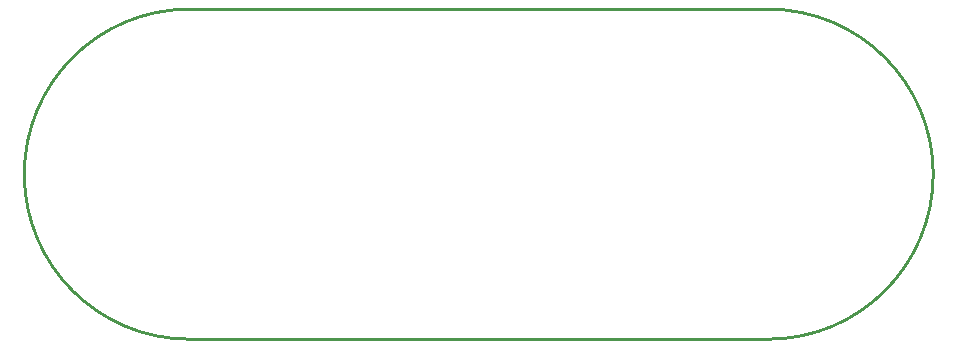
<source format=gko>
G04 Layer: BoardOutlineLayer*
G04 EasyEDA v6.5.39, 2023-12-28 21:15:06*
G04 35ff57de02ea422eb169f7c644e1f47a,fc83978cdc934b7da63e149a84a413c2,10*
G04 Gerber Generator version 0.2*
G04 Scale: 100 percent, Rotated: No, Reflected: No *
G04 Dimensions in millimeters *
G04 leading zeros omitted , absolute positions ,4 integer and 5 decimal *
%FSLAX45Y45*%
%MOMM*%

%ADD10C,0.2540*%
D10*
X1574800Y-3022600D02*
G01*
X6477000Y-3022600D01*
X1574800Y-228600D02*
G01*
X6477000Y-228600D01*
G75*
G01*
X1574800Y-228600D02*
G03*
X1574800Y-3022600I0J-1397000D01*
G75*
G01*
X6478039Y-3022600D02*
G03*
X6474968Y-228600I-1536J1397000D01*

%LPD*%
M02*

</source>
